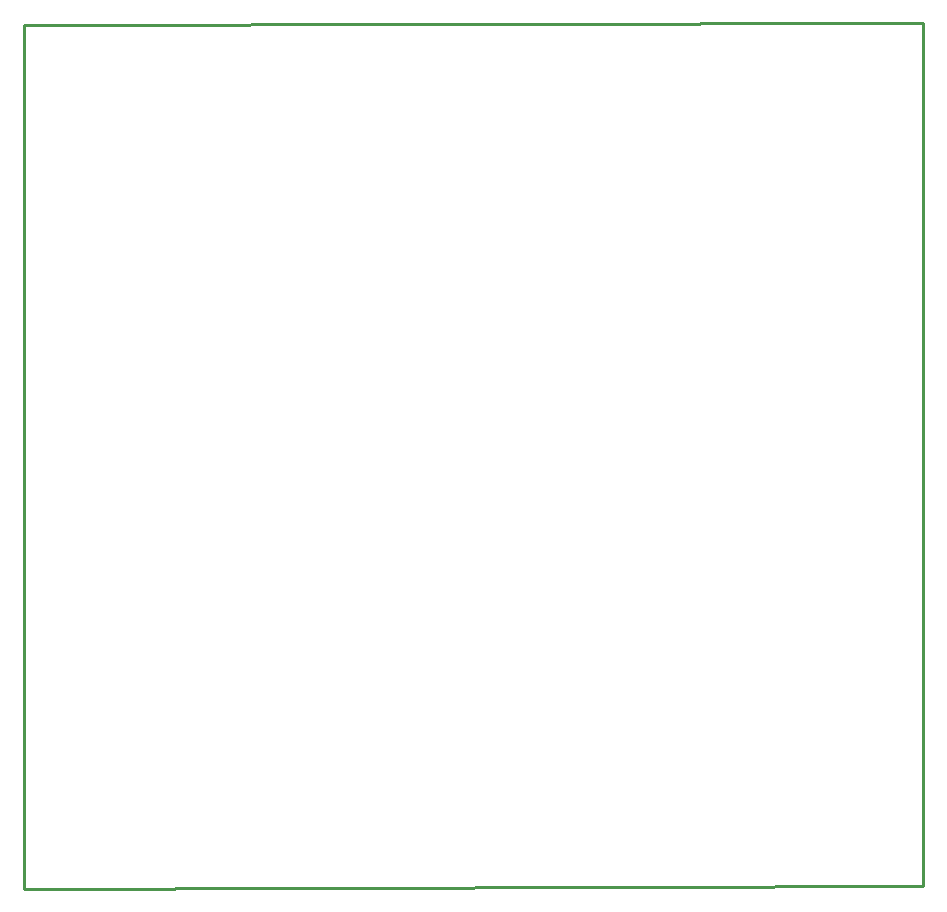
<source format=gbr>
G04 EAGLE Gerber RS-274X export*
G75*
%MOMM*%
%FSLAX34Y34*%
%LPD*%
%IN*%
%IPPOS*%
%AMOC8*
5,1,8,0,0,1.08239X$1,22.5*%
G01*
%ADD10C,0.254000*%


D10*
X67000Y71000D02*
X828000Y73000D01*
X828000Y804400D01*
X67000Y802400D01*
X67000Y71000D01*
M02*

</source>
